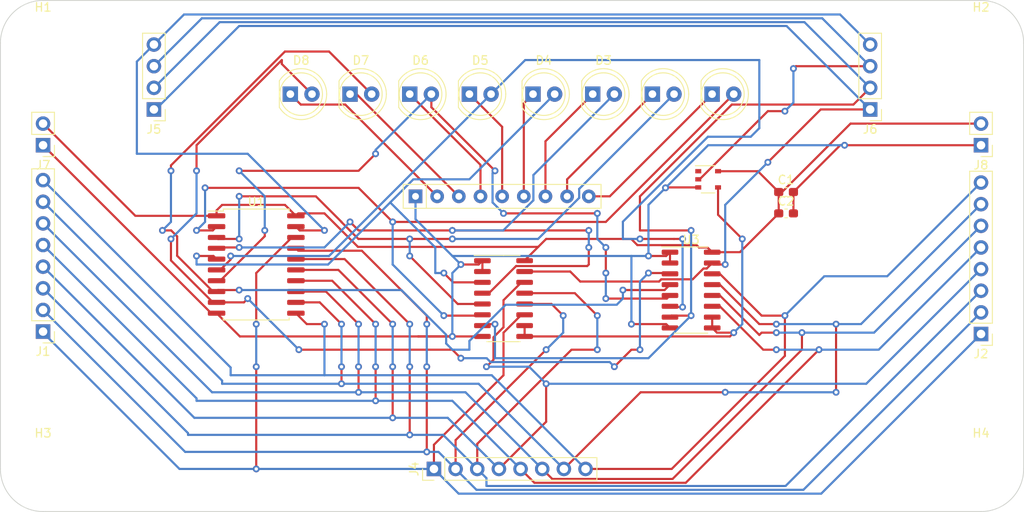
<source format=kicad_pcb>
(kicad_pcb (version 20221018) (generator pcbnew)
  (title_block (title "Register 8bit") (date "2023-08-31") (rev "0"))
  (layers (0 "F.Cu" signal) (31 "B.Cu" signal) (34 "B.Paste" user) (35 "F.Paste" user) (36 "B.SilkS" user "B.Silkscreen") (37 "F.SilkS" user "F.Silkscreen") (38 "B.Mask" user) (39 "F.Mask" user) (44 "Edge.Cuts" user))
  (net 0 "")
  (net 1 "Net-(J7-Pin_2)")
  (net 2 "Net-(J7-Pin_1)")
  (net 3 "Net-(D1-K)")
  (net 4 "Net-(D1-A)")
  (net 5 "Net-(D2-K)")
  (net 6 "Net-(D2-A)")
  (net 7 "Net-(D3-K)")
  (net 8 "Net-(D3-A)")
  (net 9 "Net-(D4-K)")
  (net 10 "Net-(D4-A)")
  (net 11 "Net-(D5-K)")
  (net 12 "Net-(D5-A)")
  (net 13 "Net-(D6-K)")
  (net 14 "Net-(D6-A)")
  (net 15 "Net-(D7-K)")
  (net 16 "Net-(D7-A)")
  (net 17 "Net-(D8-K)")
  (net 18 "Net-(D8-A)")
  (net 19 "Net-(J1-Pin_1)")
  (net 20 "Net-(J1-Pin_2)")
  (net 21 "Net-(J1-Pin_3)")
  (net 22 "Net-(J1-Pin_4)")
  (net 23 "Net-(J1-Pin_5)")
  (net 24 "Net-(J1-Pin_6)")
  (net 25 "Net-(J1-Pin_7)")
  (net 26 "Net-(J1-Pin_8)")
  (net 27 "Net-(J5-Pin_1)")
  (net 28 "Net-(J5-Pin_2)")
  (net 29 "Net-(J5-Pin_3)")
  (net 30 "Net-(J5-Pin_4)")
  (net 31 "Net-(U2-E1)")
  (footprint "Connector_PinHeader_2.54mm:PinHeader_1x04_P2.54mm_Vertical" (layer "F.Cu") (at 108 52.8 180)
    (fp_text reference "J5")
    (fp_text value "Conn_01x04" hide)
  )
  (footprint "LED_THT:LED_D5.0mm" (layer "F.Cu") (at 124 51)
    (fp_text reference "D8")
    (fp_text value "LED")
  )
  (footprint "Connector_PinHeader_2.54mm:PinHeader_1x02_P2.54mm_Vertical" (layer "F.Cu") (at 95 57 180)
    (fp_text reference "J7")
    (fp_text value "Conn_01x02" hide)
  )
  (footprint "Connector_PinHeader_2.54mm:PinHeader_1x02_P2.54mm_Vertical" (layer "F.Cu") (at 205 57 180)
    (fp_text reference "J8")
    (fp_text value "Conn_01x02" hide)
  )
  (footprint "LED_THT:LED_D5.0mm" (layer "F.Cu") (at 152.46 51)
    (fp_text reference "D4")
    (fp_text value "LED")
  )
  (footprint "Resistor_THT:R_Array_SIP9" (layer "F.Cu") (at 138.68 63)
    (fp_text reference "RN1" hide)
    (fp_text value "220" hide)
  )
  (footprint "Package_SO:SOIC-16_3.9x9.9mm_P1.27mm" (layer "F.Cu") (at 149 75)
    (fp_text reference "U2" hide)
    (fp_text value "74LS173")
  )
  (footprint "Package_SO:SOIC-16_3.9x9.9mm_P1.27mm" (layer "F.Cu") (at 171 74)
    (fp_text reference "U3")
    (fp_text value "74LS173")
  )
  (footprint "LED_THT:LED_D5.0mm" (layer "F.Cu") (at 166.46 51)
    (fp_text reference "D2" hide)
    (fp_text value "LED")
  )
  (footprint "LED_THT:LED_D5.0mm" (layer "F.Cu") (at 173.46 51)
    (fp_text reference "D1" hide)
    (fp_text value "LED")
  )
  (footprint "Connector_PinHeader_2.54mm:PinHeader_1x08_P2.54mm_Vertical" (layer "F.Cu") (at 95 78.875 180)
    (fp_text reference "J1")
    (fp_text value "Conn_01x08" hide)
  )
  (footprint "LED_THT:LED_D5.0mm" (layer "F.Cu") (at 145 51)
    (fp_text reference "D5")
    (fp_text value "LED")
  )
  (footprint "MountingHole:MountingHole_3.2mm_M3" (layer "F.Cu") (at 95 95)
    (fp_text reference "H3")
    (fp_text value "MountingHole" hide)
  )
  (footprint "Connector_PinHeader_2.54mm:PinHeader_1x08_P2.54mm_Vertical" (layer "F.Cu") (at 140.84 95 90)
    (fp_text reference "J4")
    (fp_text value "Conn_01x08" hide)
  )
  (footprint "LED_THT:LED_D5.0mm" (layer "F.Cu") (at 131 51)
    (fp_text reference "D7")
    (fp_text value "LED")
  )
  (footprint "Package_SO:SOIC-20W_7.5x12.8mm_P1.27mm" (layer "F.Cu") (at 120 71)
    (fp_text reference "U1")
    (fp_text value "74HC245" hide)
  )
  (footprint "Connector_PinHeader_2.54mm:PinHeader_1x08_P2.54mm_Vertical" (layer "F.Cu") (at 205 79.16 180)
    (fp_text reference "J2")
    (fp_text value "Conn_01x08" hide)
  )
  (footprint "Capacitor_SMD:C_0603_1608Metric_Pad1.08x0.95mm_HandSolder" (layer "F.Cu") (at 182.1375 65)
    (fp_text reference "C2")
    (fp_text value "0.1uf" hide)
  )
  (footprint "MountingHole:MountingHole_3.2mm_M3" (layer "F.Cu") (at 205 95)
    (fp_text reference "H4")
    (fp_text value "MountingHole" hide)
  )
  (footprint "Capacitor_SMD:C_0603_1608Metric_Pad1.08x0.95mm_HandSolder" (layer "F.Cu") (at 182.1375 62.49)
    (fp_text reference "C1")
    (fp_text value "0.1uf")
  )
  (footprint "LED_THT:LED_D5.0mm" (layer "F.Cu") (at 159.46 51)
    (fp_text reference "D3")
    (fp_text value "LED")
  )
  (footprint "LED_THT:LED_D5.0mm" (layer "F.Cu") (at 138 51)
    (fp_text reference "D6")
    (fp_text value "LED")
  )
  (footprint "Connector_PinHeader_2.54mm:PinHeader_1x04_P2.54mm_Vertical" (layer "F.Cu") (at 192 52.8 180)
    (fp_text reference "J6")
    (fp_text value "Conn_01x04" hide)
  )
  (footprint "MountingHole:MountingHole_3.2mm_M3" (layer "F.Cu") (at 205 45)
    (fp_text reference "H2")
    (fp_text value "MountingHole" hide)
  )
  (footprint "Package_SO:TSOP-5_1.65x3.05mm_P0.95mm" (layer "F.Cu") (at 173 61)
    (fp_text reference "U4" hide)
    (fp_text value "74AHC1G04")
  )
  (footprint "MountingHole:MountingHole_3.2mm_M3" (layer "F.Cu") (at 95 45)
    (fp_text reference "H1")
    (fp_text value "MountingHole" hide)
  )
  (gr_line (start 210 95) (end 210 45) (stroke (width 0.1)) (layer "Edge.Cuts"))
  (gr_arc (start 90 45) (mid 91.464466 41.464466) (end 95 40) (stroke (width 0.1)) (layer "Edge.Cuts"))
  (gr_arc (start 210 95) (mid 208.535534 98.535534) (end 205 100) (stroke (width 0.1)) (layer "Edge.Cuts"))
  (gr_arc (start 95 100) (mid 91.464466 98.535534) (end 90 95) (stroke (width 0.1)) (layer "Edge.Cuts"))
  (gr_line (start 95 100) (end 205 100) (stroke (width 0.1)) (layer "Edge.Cuts"))
  (gr_line (start 95 40) (end 205 40) (stroke (width 0.1)) (layer "Edge.Cuts"))
  (gr_line (start 90 45) (end 90 95) (stroke (width 0.1)) (layer "Edge.Cuts"))
  (gr_arc (start 205 40) (mid 208.535534 41.464466) (end 210 45) (stroke (width 0.1)) (layer "Edge.Cuts"))
  (segment (start 181.275 62.49) (end 181.275 65) (width 0.25) (layer "F.Cu") (net 1))
  (segment (start 174.16 60.05) (end 178.835 60.05) (width 0.25) (layer "F.Cu") (net 1))
  (segment (start 151.475 70.525) (end 151.475 70.555) (width 0.25) (layer "F.Cu") (net 1))
  (segment (start 123.365 64) (end 116 64) (width 0.25) (layer "F.Cu") (net 1))
  (segment (start 105.825 65.285) (end 95 54.46) (width 0.25) (layer "F.Cu") (net 1))
  (segment (start 153.07 68.93) (end 131.93 68.93) (width 0.25) (layer "F.Cu") (net 1))
  (segment (start 171.92 69) (end 171.645 68.725) (width 0.25) (layer "F.Cu") (net 1))
  (segment (start 124.65 65.285) (end 123.365 64) (width 0.25) (layer "F.Cu") (net 1))
  (segment (start 164.699695 68.725) (end 163.974695 68) (width 0.25) (layer "F.Cu") (net 1))
  (segment (start 181.275 62.882005) (end 189.697005 54.46) (width 0.25) (layer "F.Cu") (net 1))
  (segment (start 116 64) (end 115.35 64.65) (width 0.25) (layer "F.Cu") (net 1))
  (segment (start 163.974695 68) (end 154 68) (width 0.25) (layer "F.Cu") (net 1))
  (segment (start 115.35 64.65) (end 115.35 65.285) (width 0.25) (layer "F.Cu") (net 1))
  (segment (start 124.935 65) (end 124.65 65.285) (width 0.25) (layer "F.Cu") (net 1))
  (segment (start 181.275 62.49) (end 181.275 62.882005) (width 0.25) (layer "F.Cu") (net 1))
  (segment (start 128 65) (end 124.935 65) (width 0.25) (layer "F.Cu") (net 1))
  (segment (start 181.275 65) (end 176.72 69.555) (width 0.25) (layer "F.Cu") (net 1))
  (segment (start 154 68) (end 153.07 68.93) (width 0.25) (layer "F.Cu") (net 1))
  (segment (start 172.92 69) (end 171.92 69) (width 0.25) (layer "F.Cu") (net 1))
  (segment (start 171.645 68.725) (end 164.699695 68.725) (width 0.25) (layer "F.Cu") (net 1))
  (segment (start 189.697005 54.46) (end 205 54.46) (width 0.25) (layer "F.Cu") (net 1))
  (segment (start 115.35 65.285) (end 105.825 65.285) (width 0.25) (layer "F.Cu") (net 1))
  (segment (start 176.72 69.555) (end 173.475 69.555) (width 0.25) (layer "F.Cu") (net 1))
  (segment (start 131.93 68.93) (end 128 65) (width 0.25) (layer "F.Cu") (net 1))
  (segment (start 153.07 68.93) (end 151.475 70.525) (width 0.25) (layer "F.Cu") (net 1))
  (segment (start 173.475 69.555) (end 172.92 69) (width 0.25) (layer "F.Cu") (net 1))
  (segment (start 178.835 60.05) (end 181.275 62.49) (width 0.25) (layer "F.Cu") (net 1))
  (segment (start 95 57) (end 114.715 76.715) (width 0.25) (layer "F.Cu") (net 2))
  (segment (start 139 79.445) (end 143 79.445) (width 0.25) (layer "F.Cu") (net 2))
  (segment (start 118.08 79.445) (end 139 79.445) (width 0.25) (layer "F.Cu") (net 2))
  (segment (start 144 71) (end 146.08 71) (width 0.25) (layer "F.Cu") (net 2))
  (segment (start 168.05 61.95) (end 171.84 61.95) (width 0.25) (layer "F.Cu") (net 2))
  (segment (start 168.08 78) (end 164 78) (width 0.25) (layer "F.Cu") (net 2))
  (segment (start 168.525 78.445) (end 168.08 78) (width 0.25) (layer "F.Cu") (net 2))
  (segment (start 168.08 70) (end 168.525 69.555) (width 0.25) (layer "F.Cu") (net 2))
  (segment (start 188.49 57) (end 189 57) (width 0.25) (layer "F.Cu") (net 2))
  (segment (start 183 62.49) (end 188.49 57) (width 0.25) (layer "F.Cu") (net 2))
  (segment (start 146.525 70.555) (end 146.525 71.825) (width 0.25) (layer "F.Cu") (net 2))
  (segment (start 115.35 76.715) (end 118.08 79.445) (width 0.25) (layer "F.Cu") (net 2))
  (segment (start 114.715 76.715) (end 115.35 76.715) (width 0.25) (layer "F.Cu") (net 2))
  (segment (start 189 57) (end 205 57) (width 0.25) (layer "F.Cu") (net 2))
  (segment (start 168.525 69.555) (end 168.525 70.825) (width 0.25) (layer "F.Cu") (net 2))
  (segment (start 166 70) (end 168.08 70) (width 0.25) (layer "F.Cu") (net 2))
  (segment (start 183 62.49) (end 183 65) (width 0.25) (layer "F.Cu") (net 2))
  (segment (start 168 62) (end 168.05 61.95) (width 0.25) (layer "F.Cu") (net 2))
  (segment (start 146.08 71) (end 146.525 70.555) (width 0.25) (layer "F.Cu") (net 2))
  (segment (start 139 79.445) (end 146.525 79.445) (width 0.25) (layer "F.Cu") (net 2))
  (via (at 168 62) (size 0.8) (drill 0.4) (layers "F.Cu" "B.Cu") (net 2))
  (via (at 164 78) (size 0.8) (drill 0.4) (layers "F.Cu" "B.Cu") (net 2))
  (via (at 166 70) (size 0.8) (drill 0.4) (layers "F.Cu" "B.Cu") (net 2))
  (via (at 189 57) (size 0.8) (drill 0.4) (layers "F.Cu" "B.Cu") (net 2))
  (via (at 143 79.445) (size 0.8) (drill 0.4) (layers "F.Cu" "B.Cu") (net 2))
  (via (at 144 71) (size 0.8) (drill 0.4) (layers "F.Cu" "B.Cu") (net 2))
  (segment (start 138.68 65.68) (end 143 70) (width 0.25) (layer "B.Cu") (net 2))
  (segment (start 143 70) (end 144 71) (width 0.25) (layer "B.Cu") (net 2))
  (segment (start 173 57) (end 168 62) (width 0.25) (layer "B.Cu") (net 2))
  (segment (start 189 57) (end 173 57) (width 0.25) (layer "B.Cu") (net 2))
  (segment (start 143 79.445) (end 143 72) (width 0.25) (layer "B.Cu") (net 2))
  (segment (start 164 70) (end 143 70) (width 0.25) (layer "B.Cu") (net 2))
  (segment (start 143 72) (end 144 71) (width 0.25) (layer "B.Cu") (net 2))
  (segment (start 164 78) (end 164 70) (width 0.25) (layer "B.Cu") (net 2))
  (segment (start 166 70) (end 164 70) (width 0.25) (layer "B.Cu") (net 2))
  (segment (start 168 62) (end 166 64) (width 0.25) (layer "B.Cu") (net 2))
  (segment (start 166 64) (end 166 70) (width 0.25) (layer "B.Cu") (net 2))
  (segment (start 138.68 63) (end 138.68 65.68) (width 0.25) (layer "B.Cu") (net 2))
  (segment (start 161.46 63) (end 173.46 51) (width 0.25) (layer "F.Cu") (net 3))
  (segment (start 159 63) (end 161.46 63) (width 0.25) (layer "F.Cu") (net 3))
  (segment (start 142 77) (end 146.43 77) (width 0.25) (layer "F.Cu") (net 4))
  (segment (start 114.905 67) (end 115.35 66.555) (width 0.25) (layer "F.Cu") (net 4))
  (segment (start 113 67) (end 114.905 67) (width 0.25) (layer "F.Cu") (net 4))
  (segment (start 136 66) (end 132 62) (width 0.25) (layer "F.Cu") (net 4))
  (segment (start 132 62) (end 114 62) (width 0.25) (layer "F.Cu") (net 4))
  (segment (start 161 66) (end 136 66) (width 0.25) (layer "F.Cu") (net 4))
  (segment (start 114 62) (end 114 62.275) (width 0.25) (layer "F.Cu") (net 4))
  (segment (start 146.43 77) (end 146.525 76.905) (width 0.25) (layer "F.Cu") (net 4))
  (segment (start 176 51) (end 161 66) (width 0.25) (layer "F.Cu") (net 4))
  (via (at 142 77) (size 0.8) (drill 0.4) (layers "F.Cu" "B.Cu") (net 4))
  (via (at 114 62) (size 0.8) (drill 0.4) (layers "F.Cu" "B.Cu") (net 4))
  (via (at 136 66) (size 0.8) (drill 0.4) (layers "F.Cu" "B.Cu") (net 4))
  (via (at 113 67) (size 0.8) (drill 0.4) (layers "F.Cu" "B.Cu") (net 4))
  (segment (start 136 71) (end 142 77) (width 0.25) (layer "B.Cu") (net 4))
  (segment (start 114 62) (end 114 66) (width 0.25) (layer "B.Cu") (net 4))
  (segment (start 136 66) (end 136 71) (width 0.25) (layer "B.Cu") (net 4))
  (segment (start 114 66) (end 113 67) (width 0.25) (layer "B.Cu") (net 4))
  (segment (start 156.46 63) (end 156.46 61) (width 0.25) (layer "F.Cu") (net 5))
  (segment (start 156.46 61) (end 166.46 51) (width 0.25) (layer "F.Cu") (net 5))
  (segment (start 130 66.025305) (end 130 66) (width 0.25) (layer "F.Cu") (net 6))
  (segment (start 115.525 68) (end 115.35 67.825) (width 0.25) (layer "F.Cu") (net 6))
  (segment (start 143 68) (end 138 68) (width 0.25) (layer "F.Cu") (net 6))
  (segment (start 127 63) (end 118 63) (width 0.25) (layer "F.Cu") (net 6))
  (segment (start 143.635 75.635) (end 138 70) (width 0.25) (layer "F.Cu") (net 6))
  (segment (start 138 68) (end 131.974695 68) (width 0.25) (layer "F.Cu") (net 6))
  (segment (start 118 68) (end 115.525 68) (width 0.25) (layer "F.Cu") (net 6))
  (segment (start 146.525 75.635) (end 143.635 75.635) (width 0.25) (layer "F.Cu") (net 6))
  (segment (start 130 66) (end 127 63) (width 0.25) (layer "F.Cu") (net 6))
  (segment (start 131.974695 68) (end 130 66.025305) (width 0.25) (layer "F.Cu") (net 6))
  (via (at 118 68) (size 0.8) (drill 0.4) (layers "F.Cu" "B.Cu") (net 6))
  (via (at 138 68) (size 0.8) (drill 0.4) (layers "F.Cu" "B.Cu") (net 6))
  (via (at 143 68) (size 0.8) (drill 0.4) (layers "F.Cu" "B.Cu") (net 6))
  (via (at 118 63) (size 0.8) (drill 0.4) (layers "F.Cu" "B.Cu") (net 6))
  (via (at 138 70) (size 0.8) (drill 0.4) (layers "F.Cu" "B.Cu") (net 6))
  (segment (start 138 70) (end 138 68) (width 0.25) (layer "B.Cu") (net 6))
  (segment (start 118 63) (end 118 68) (width 0.25) (layer "B.Cu") (net 6))
  (segment (start 157.875 62.125) (end 157.875 63.175991) (width 0.25) (layer "B.Cu") (net 6))
  (segment (start 153.050991 68) (end 143 68) (width 0.25) (layer "B.Cu") (net 6))
  (segment (start 157.875 63.175991) (end 153.050991 68) (width 0.25) (layer "B.Cu") (net 6))
  (segment (start 169 51) (end 157.875 62.125) (width 0.25) (layer "B.Cu") (net 6))
  (segment (start 153.92 56.54) (end 159.46 51) (width 0.25) (layer "F.Cu") (net 7))
  (segment (start 153.92 63) (end 153.92 56.54) (width 0.25) (layer "F.Cu") (net 7))
  (segment (start 132 67) (end 131 66) (width 0.25) (layer "F.Cu") (net 8))
  (segment (start 143 67) (end 159 67) (width 0.25) (layer "F.Cu") (net 8))
  (segment (start 118 69) (end 115.445 69) (width 0.25) (layer "F.Cu") (net 8))
  (segment (start 115.445 69) (end 115.35 69.095) (width 0.25) (layer "F.Cu") (net 8))
  (segment (start 147.288249 74.365) (end 146.525 74.365) (width 0.25) (layer "F.Cu") (net 8))
  (segment (start 143 67) (end 132 67) (width 0.25) (layer "F.Cu") (net 8))
  (segment (start 158.82 71.18) (end 150.473249 71.18) (width 0.25) (layer "F.Cu") (net 8))
  (segment (start 159 71) (end 158.82 71.18) (width 0.25) (layer "F.Cu") (net 8))
  (segment (start 159 69) (end 159 71) (width 0.25) (layer "F.Cu") (net 8))
  (segment (start 150.473249 71.18) (end 147.288249 74.365) (width 0.25) (layer "F.Cu") (net 8))
  (via (at 118 69) (size 0.8) (drill 0.4) (layers "F.Cu" "B.Cu") (net 8))
  (via (at 131 66) (size 0.8) (drill 0.4) (layers "F.Cu" "B.Cu") (net 8))
  (via (at 159 67) (size 0.8) (drill 0.4) (layers "F.Cu" "B.Cu") (net 8))
  (via (at 143 67) (size 0.8) (drill 0.4) (layers "F.Cu" "B.Cu") (net 8))
  (via (at 159 69) (size 0.8) (drill 0.4) (layers "F.Cu" "B.Cu") (net 8))
  (segment (start 148.970991 67) (end 143 67) (width 0.25) (layer "B.Cu") (net 8))
  (segment (start 152.505 60.495) (end 152.505 63.465991) (width 0.25) (layer "B.Cu") (net 8))
  (segment (start 159 67) (end 159 69) (width 0.25) (layer "B.Cu") (net 8))
  (segment (start 162 51) (end 152.505 60.495) (width 0.25) (layer "B.Cu") (net 8))
  (segment (start 152.505 63.465991) (end 148.970991 67) (width 0.25) (layer "B.Cu") (net 8))
  (segment (start 131 66) (end 128 69) (width 0.25) (layer "B.Cu") (net 8))
  (segment (start 128 69) (end 118 69) (width 0.25) (layer "B.Cu") (net 8))
  (segment (start 151.38 52.08) (end 152.46 51) (width 0.25) (layer "F.Cu") (net 9))
  (segment (start 151.38 63) (end 151.38 52.08) (width 0.25) (layer "F.Cu") (net 9))
  (segment (start 114.985 70) (end 115.35 70.365) (width 0.25) (layer "F.Cu") (net 10))
  (segment (start 143.095 73.095) (end 146.525 73.095) (width 0.25) (layer "F.Cu") (net 10))
  (segment (start 142 72) (end 143.095 73.095) (width 0.25) (layer "F.Cu") (net 10))
  (segment (start 113 70) (end 114.985 70) (width 0.25) (layer "F.Cu") (net 10))
  (via (at 142 72) (size 0.8) (drill 0.4) (layers "F.Cu" "B.Cu") (net 10))
  (via (at 113 70) (size 0.8) (drill 0.4) (layers "F.Cu" "B.Cu") (net 10))
  (segment (start 155 51) (end 145 61) (width 0.25) (layer "B.Cu") (net 10))
  (segment (start 145 61) (end 139 61) (width 0.25) (layer "B.Cu") (net 10))
  (segment (start 141 69) (end 141 72) (width 0.25) (layer "B.Cu") (net 10))
  (segment (start 141 72) (end 142 72) (width 0.25) (layer "B.Cu") (net 10))
  (segment (start 135.715 63.715) (end 128.43 71) (width 0.25) (layer "B.Cu") (net 10))
  (segment (start 138.43 61) (end 135.715 63.715) (width 0.25) (layer "B.Cu") (net 10))
  (segment (start 113 71) (end 113 70) (width 0.25) (layer "B.Cu") (net 10))
  (segment (start 135.715 63.715) (end 137 65) (width 0.25) (layer "B.Cu") (net 10))
  (segment (start 139 61) (end 138.43 61) (width 0.25) (layer "B.Cu") (net 10))
  (segment (start 137 65) (end 141 69) (width 0.25) (layer "B.Cu") (net 10))
  (segment (start 128.43 71) (end 113 71) (width 0.25) (layer "B.Cu") (net 10))
  (segment (start 145 51) (end 148.84 54.84) (width 0.25) (layer "F.Cu") (net 11))
  (segment (start 148.84 54.84) (end 148.84 63) (width 0.25) (layer "F.Cu") (net 11))
  (segment (start 117 70) (end 117 70.411751) (width 0.25) (layer "F.Cu") (net 12))
  (segment (start 168.62 76) (end 168.525 75.905) (width 0.25) (layer "F.Cu") (net 12))
  (segment (start 115.776751 71.635) (end 115.35 71.635) (width 0.25) (layer "F.Cu") (net 12))
  (segment (start 170 76) (end 168.62 76) (width 0.25) (layer "F.Cu") (net 12))
  (segment (start 169 68) (end 170 68) (width 0.25) (layer "F.Cu") (net 12))
  (segment (start 117 70.411751) (end 115.776751 71.635) (width 0.25) (layer "F.Cu") (net 12))
  (segment (start 165 68) (end 169 68) (width 0.25) (layer "F.Cu") (net 12))
  (via (at 170 76) (size 0.8) (drill 0.4) (layers "F.Cu" "B.Cu") (net 12))
  (via (at 170 68) (size 0.8) (drill 0.4) (layers "F.Cu" "B.Cu") (net 12))
  (via (at 165 68) (size 0.8) (drill 0.4) (layers "F.Cu" "B.Cu") (net 12))
  (via (at 117 70) (size 0.8) (drill 0.4) (layers "F.Cu" "B.Cu") (net 12))
  (segment (start 151.54 47) (end 179 47) (width 0.25) (layer "B.Cu") (net 12))
  (segment (start 179 55) (end 178 56) (width 0.25) (layer "B.Cu") (net 12))
  (segment (start 179 47) (end 179 55) (width 0.25) (layer "B.Cu") (net 12))
  (segment (start 163 65.974695) (end 163 68) (width 0.25) (layer "B.Cu") (net 12))
  (segment (start 147.54 51) (end 151.54 47) (width 0.25) (layer "B.Cu") (net 12))
  (segment (start 172.974695 56) (end 163 65.974695) (width 0.25) (layer "B.Cu") (net 12))
  (segment (start 163 68) (end 165 68) (width 0.25) (layer "B.Cu") (net 12))
  (segment (start 178 56) (end 172.974695 56) (width 0.25) (layer "B.Cu") (net 12))
  (segment (start 147.54 51) (end 128.54 70) (width 0.25) (layer "B.Cu") (net 12))
  (segment (start 170 68) (end 170 76) (width 0.25) (layer "B.Cu") (net 12))
  (segment (start 128.54 70) (end 117 70) (width 0.25) (layer "B.Cu") (net 12))
  (segment (start 146.3 63) (end 146.3 59.3) (width 0.25) (layer "F.Cu") (net 13))
  (segment (start 146.3 59.3) (end 138 51) (width 0.25) (layer "F.Cu") (net 13))
  (segment (start 115.35 72.905) (end 115.776751 72.905) (width 0.25) (layer "F.Cu") (net 14))
  (segment (start 115.776751 72.905) (end 121 67.681751) (width 0.25) (layer "F.Cu") (net 14))
  (segment (start 132 60) (end 134 58) (width 0.25) (layer "F.Cu") (net 14))
  (segment (start 161 69) (end 161 72) (width 0.25) (layer "F.Cu") (net 14))
  (segment (start 121 67.681751) (end 121 67) (width 0.25) (layer "F.Cu") (net 14))
  (segment (start 140.54 52.54) (end 148 60) (width 0.25) (layer "F.Cu") (net 14))
  (segment (start 161 75) (end 168.16 75) (width 0.25) (layer "F.Cu") (net 14))
  (segment (start 149 65) (end 160 65) (width 0.25) (layer "F.Cu") (net 14))
  (segment (start 118 60) (end 132 60) (width 0.25) (layer "F.Cu") (net 14))
  (segment (start 168.16 75) (end 168.525 74.635) (width 0.25) (layer "F.Cu") (net 14))
  (segment (start 140.54 51) (end 140.54 52.54) (width 0.25) (layer "F.Cu") (net 14))
  (via (at 118 60) (size 0.8) (drill 0.4) (layers "F.Cu" "B.Cu") (net 14))
  (via (at 161 72) (size 0.8) (drill 0.4) (layers "F.Cu" "B.Cu") (net 14))
  (via (at 148 60) (size 0.8) (drill 0.4) (layers "F.Cu" "B.Cu") (net 14))
  (via (at 160 65) (size 0.8) (drill 0.4) (layers "F.Cu" "B.Cu") (net 14))
  (via (at 121 67) (size 0.8) (drill 0.4) (layers "F.Cu" "B.Cu") (net 14))
  (via (at 161 69) (size 0.8) (drill 0.4) (layers "F.Cu" "B.Cu") (net 14))
  (via (at 134 58) (size 0.8) (drill 0.4) (layers "F.Cu" "B.Cu") (net 14))
  (via (at 149 65) (size 0.8) (drill 0.4) (layers "F.Cu" "B.Cu") (net 14))
  (via (at 161 75) (size 0.8) (drill 0.4) (layers "F.Cu" "B.Cu") (net 14))
  (segment (start 121 63) (end 118 60) (width 0.25) (layer "B.Cu") (net 14))
  (segment (start 160 65) (end 160 68) (width 0.25) (layer "B.Cu") (net 14))
  (segment (start 147.715 60.285) (end 147.715 63.715) (width 0.25) (layer "B.Cu") (net 14))
  (segment (start 121 67) (end 121 63) (width 0.25) (layer "B.Cu") (net 14))
  (segment (start 134 58) (end 134 57.54) (width 0.25) (layer "B.Cu") (net 14))
  (segment (start 161 72) (end 161 75) (width 0.25) (layer "B.Cu") (net 14))
  (segment (start 148 60) (end 147.715 60.285) (width 0.25) (layer "B.Cu") (net 14))
  (segment (start 134 57.54) (end 140.54 51) (width 0.25) (layer "B.Cu") (net 14))
  (segment (start 147.715 63.715) (end 149 65) (width 0.25) (layer "B.Cu") (net 14))
  (segment (start 160 68) (end 161 69) (width 0.25) (layer "B.Cu") (net 14))
  (segment (start 131.76 51) (end 143.76 63) (width 0.25) (layer "F.Cu") (net 15))
  (segment (start 131 51) (end 131.76 51) (width 0.25) (layer "F.Cu") (net 15))
  (segment (start 110 60) (end 110 59.363604) (width 0.25) (layer "F.Cu") (net 16))
  (segment (start 167.89 74) (end 168.525 73.365) (width 0.25) (layer "F.Cu") (net 16))
  (segment (start 114.923249 74.175) (end 110.725 69.976751) (width 0.25) (layer "F.Cu") (net 16))
  (segment (start 110.725 67.699695) (end 110.025305 67) (width 0.25) (layer "F.Cu") (net 16))
  (segment (start 115.35 74.175) (end 115.525 74) (width 0.25) (layer "F.Cu") (net 16))
  (segment (start 115.525 74) (end 118 74) (width 0.25) (layer "F.Cu") (net 16))
  (segment (start 123.363604 46) (end 128.54 46) (width 0.25) (layer "F.Cu") (net 16))
  (segment (start 128.54 46) (end 133.54 51) (width 0.25) (layer "F.Cu") (net 16))
  (segment (start 110.025305 67) (end 109 67) (width 0.25) (layer "F.Cu") (net 16))
  (segment (start 115.35 74.175) (end 114.923249 74.175) (width 0.25) (layer "F.Cu") (net 16))
  (segment (start 163 74) (end 167.89 74) (width 0.25) (layer "F.Cu") (net 16))
  (segment (start 110 59.363604) (end 123.363604 46) (width 0.25) (layer "F.Cu") (net 16))
  (segment (start 110.725 69.976751) (end 110.725 67.699695) (width 0.25) (layer "F.Cu") (net 16))
  (via (at 163 74) (size 0.8) (drill 0.4) (layers "F.Cu" "B.Cu") (net 16))
  (via (at 109 67) (size 0.8) (drill 0.4) (layers "F.Cu" "B.Cu") (net 16))
  (via (at 110 60) (size 0.8) (drill 0.4) (layers "F.Cu" "B.Cu") (net 16))
  (via (at 118 74) (size 0.8) (drill 0.4) (layers "F.Cu" "B.Cu") (net 16))
  (segment (start 145 79.974695) (end 149.249695 75.725) (width 0.25) (layer "B.Cu") (net 16))
  (segment (start 118 74) (end 137.025305 74) (width 0.25) (layer "B.Cu") (net 16))
  (segment (start 149.249695 75.725) (end 162.275 75.725) (width 0.25) (layer "B.Cu") (net 16))
  (segment (start 137.025305 74) (end 142.275 79.249695) (width 0.25) (layer "B.Cu") (net 16))
  (segment (start 110 66) (end 110 60) (width 0.25) (layer "B.Cu") (net 16))
  (segment (start 142.275 80.275) (end 143 81) (width 0.25) (layer "B.Cu") (net 16))
  (segment (start 145 81) (end 145 79.974695) (width 0.25) (layer "B.Cu") (net 16))
  (segment (start 143 81) (end 145 81) (width 0.25) (layer "B.Cu") (net 16))
  (segment (start 142.275 79.249695) (end 142.275 80.275) (width 0.25) (layer "B.Cu") (net 16))
  (segment (start 162.275 75.725) (end 163 75) (width 0.25) (layer "B.Cu") (net 16))
  (segment (start 163 75) (end 163 74) (width 0.25) (layer "B.Cu") (net 16))
  (segment (start 109 67) (end 110 66) (width 0.25) (layer "B.Cu") (net 16))
  (segment (start 125.225 52.225) (end 124 51) (width 0.25) (layer "F.Cu") (net 17))
  (segment (start 130.445 52.225) (end 125.225 52.225) (width 0.25) (layer "F.Cu") (net 17))
  (segment (start 141.22 63) (end 130.445 52.225) (width 0.25) (layer "F.Cu") (net 17))
  (segment (start 125 81) (end 143 81) (width 0.25) (layer "F.Cu") (net 18))
  (segment (start 110 70.521751) (end 110 68) (width 0.25) (layer "F.Cu") (net 18))
  (segment (start 113 60) (end 113 57) (width 0.25) (layer "F.Cu") (net 18))
  (segment (start 113 57) (end 123 47) (width 0.25) (layer "F.Cu") (net 18))
  (segment (start 123 47.46) (end 126.54 51) (width 0.25) (layer "F.Cu") (net 18))
  (segment (start 118.555 75.445) (end 119 75) (width 0.25) (layer "F.Cu") (net 18))
  (segment (start 162 83) (end 164 81) (width 0.25) (layer "F.Cu") (net 18))
  (segment (start 168.43 72) (end 168.525 72.095) (width 0.25) (layer "F.Cu") (net 18))
  (segment (start 115.35 75.445) (end 114.923249 75.445) (width 0.25) (layer "F.Cu") (net 18))
  (segment (start 114.923249 75.445) (end 110 70.521751) (width 0.25) (layer "F.Cu") (net 18))
  (segment (start 164 81) (end 165 81) (width 0.25) (layer "F.Cu") (net 18))
  (segment (start 166 72) (end 168.43 72) (width 0.25) (layer "F.Cu") (net 18))
  (segment (start 123 47) (end 123 47.46) (width 0.25) (layer "F.Cu") (net 18))
  (segment (start 115.35 75.445) (end 118.555 75.445) (width 0.25) (layer "F.Cu") (net 18))
  (segment (start 143 81) (end 144 82) (width 0.25) (layer "F.Cu") (net 18))
  (via (at 125 81) (size 0.8) (drill 0.4) (layers "F.Cu" "B.Cu") (net 18))
  (via (at 113 60) (size 0.8) (drill 0.4) (layers "F.Cu" "B.Cu") (net 18))
  (via (at 165 81) (size 0.8) (drill 0.4) (layers "F.Cu" "B.Cu") (net 18))
  (via (at 166 72) (size 0.8) (drill 0.4) (layers "F.Cu" "B.Cu") (net 18))
  (via (at 144 82) (size 0.8) (drill 0.4) (layers "F.Cu" "B.Cu") (net 18))
  (via (at 162 83) (size 0.8) (drill 0.4) (layers "F.Cu" "B.Cu") (net 18))
  (via (at 110 68) (size 0.8) (drill 0.4) (layers "F.Cu" "B.Cu") (net 18))
  (via (at 119 75) (size 0.8) (drill 0.4) (layers "F.Cu" "B.Cu") (net 18))
  (segment (start 147.025305 82) (end 147.475305 82.45) (width 0.25) (layer "B.Cu") (net 18))
  (segment (start 161.45 82.45) (end 162 83) (width 0.25) (layer "B.Cu") (net 18))
  (segment (start 110 68) (end 113 65) (width 0.25) (layer "B.Cu") (net 18))
  (segment (start 165 81) (end 165 73) (width 0.25) (layer "B.Cu") (net 18))
  (segment (start 165 73) (end 166 72) (width 0.25) (layer "B.Cu") (net 18))
  (segment (start 144 82) (end 147.025305 82) (width 0.25) (layer "B.Cu") (net 18))
  (segment (start 113 65) (end 113 60) (width 0.25) (layer "B.Cu") (net 18))
  (segment (start 119 75) (end 125 81) (width 0.25) (layer "B.Cu") (net 18))
  (segment (start 147.475305 82.45) (end 161.45 82.45) (width 0.25) (layer "B.Cu") (net 18))
  (segment (start 140.84 92.16) (end 140.84 95) (width 0.25) (layer "F.Cu") (net 19))
  (segment (start 124.175 67.825) (end 120 72) (width 0.25) (layer "F.Cu") (net 19))
  (segment (start 151.475 76.905) (end 151.098249 76.905) (width 0.25) (layer "F.Cu") (net 19))
  (segment (start 149 79.003249) (end 149 84) (width 0.25) (layer "F.Cu") (net 19))
  (segment (start 120 72) (end 120 78) (width 0.25) (layer "F.Cu") (net 19))
  (segment (start 149 84) (end 140.84 92.16) (width 0.25) (layer "F.Cu") (net 19))
  (segment (start 120 83) (end 120 95) (width 0.25) (layer "F.Cu") (net 19))
  (segment (start 151.098249 76.905) (end 149 79.003249) (width 0.25) (layer "F.Cu") (net 19))
  (segment (start 124.65 67.825) (end 124.175 67.825) (width 0.25) (layer "F.Cu") (net 19))
  (via (at 120 95) (size 0.8) (drill 0.4) (layers "F.Cu" "B.Cu") (net 19))
  (via (at 120 83) (size 0.8) (drill 0.4) (layers "F.Cu" "B.Cu") (net 19))
  (via (at 120 78) (size 0.8) (drill 0.4) (layers "F.Cu" "B.Cu") (net 19))
  (segment (start 120 78) (end 120 83) (width 0.25) (layer "B.Cu") (net 19))
  (segment (start 95 79) (end 111 95) (width 0.25) (layer "B.Cu") (net 19))
  (segment (start 186.26 97.9) (end 143.74 97.9) (width 0.25) (layer "B.Cu") (net 19))
  (segment (start 95 78.875) (end 95 79) (width 0.25) (layer "B.Cu") (net 19))
  (segment (start 205 79.16) (end 186.26 97.9) (width 0.25) (layer "B.Cu") (net 19))
  (segment (start 143.74 97.9) (end 140.84 95) (width 0.25) (layer "B.Cu") (net 19))
  (segment (start 111 95) (end 120 95) (width 0.25) (layer "B.Cu") (net 19))
  (segment (start 120 95) (end 140.84 95) (width 0.25) (layer "B.Cu") (net 19))
  (segment (start 154 81) (end 143.38 91.62) (width 0.25) (layer "F.Cu") (net 20))
  (segment (start 140 77) (end 140 78) (width 0.25) (layer "F.Cu") (net 20))
  (segment (start 143.38 91.62) (end 143.38 95) (width 0.25) (layer "F.Cu") (net 20))
  (segment (start 124.935 69.38) (end 132.38 69.38) (width 0.25) (layer "F.Cu") (net 20))
  (segment (start 154.635 75.635) (end 156 77) (width 0.25) (layer "F.Cu") (net 20))
  (segment (start 140 83) (end 140 93) (width 0.25) (layer "F.Cu") (net 20))
  (segment (start 151.475 75.635) (end 154.635 75.635) (width 0.25) (layer "F.Cu") (net 20))
  (segment (start 124.65 69.095) (end 124.935 69.38) (width 0.25) (layer "F.Cu") (net 20))
  (segment (start 132.38 69.38) (end 140 77) (width 0.25) (layer "F.Cu") (net 20))
  (via (at 140 83) (size 0.8) (drill 0.4) (layers "F.Cu" "B.Cu") (net 20))
  (via (at 140 93) (size 0.8) (drill 0.4) (layers "F.Cu" "B.Cu") (net 20))
  (via (at 140 78) (size 0.8) (drill 0.4) (layers "F.Cu" "B.Cu") (net 20))
  (via (at 156 77) (size 0.8) (drill 0.4) (layers "F.Cu" "B.Cu") (net 20))
  (via (at 154 81) (size 0.8) (drill 0.4) (layers "F.Cu" "B.Cu") (net 20))
  (segment (start 204.715 76.335) (end 205 76.62) (width 0.25) (layer "B.Cu") (net 20))
  (segment (start 184.17 97.45) (end 145.83 97.45) (width 0.25) (layer "B.Cu") (net 20))
  (segment (start 140 93) (end 141.38 93) (width 0.25) (layer "B.Cu") (net 20))
  (segment (start 156 77) (end 156 79) (width 0.25) (layer "B.Cu") (net 20))
  (segment (start 140 78) (end 140 83) (width 0.25) (layer "B.Cu") (net 20))
  (segment (start 205 76.62) (end 184.17 97.45) (width 0.25) (layer "B.Cu") (net 20))
  (segment (start 145.83 97.45) (end 143.38 95) (width 0.25) (layer "B.Cu") (net 20))
  (segment (start 111.665 93) (end 140 93) (width 0.25) (layer "B.Cu") (net 20))
  (segment (start 141.38 93) (end 143.38 95) (width 0.25) (layer "B.Cu") (net 20))
  (segment (start 95 76.335) (end 111.665 93) (width 0.25) (layer "B.Cu") (net 20))
  (segment (start 156 79) (end 154 81) (width 0.25) (layer "B.Cu") (net 20))
  (segment (start 145.92 92.054695) (end 145.92 95) (width 0.25) (layer "F.Cu") (net 21))
  (segment (start 124.65 70.365) (end 130.365 70.365) (width 0.25) (layer "F.Cu") (net 21))
  (segment (start 138 83) (end 138 91) (width 0.25) (layer "F.Cu") (net 21))
  (segment (start 160 81) (end 156.974695 81) (width 0.25) (layer "F.Cu") (net 21))
  (segment (start 157.365 74.365) (end 160 77) (width 0.25) (layer "F.Cu") (net 21))
  (segment (start 151.475 74.365) (end 157.365 74.365) (width 0.25) (layer "F.Cu") (net 21))
  (segment (start 156.974695 81) (end 145.92 92.054695) (width 0.25) (layer "F.Cu") (net 21))
  (segment (start 130.365 70.365) (end 138 78) (width 0.25) (layer "F.Cu") (net 21))
  (via (at 160 81) (size 0.8) (drill 0.4) (layers "F.Cu" "B.Cu") (net 21))
  (via (at 138 78) (size 0.8) (drill 0.4) (layers "F.Cu" "B.Cu") (net 21))
  (via (at 138 91) (size 0.8) (drill 0.4) (layers "F.Cu" "B.Cu") (net 21))
  (via (at 160 77) (size 0.8) (drill 0.4) (layers "F.Cu" "B.Cu") (net 21))
  (via (at 138 83) (size 0.8) (drill 0.4) (layers "F.Cu" "B.Cu") (net 21))
  (segment (start 205 74.08) (end 182.08 97) (width 0.25) (layer "B.Cu") (net 21))
  (segment (start 147 96.08) (end 145.92 95) (width 0.25) (layer "B.Cu") (net 21))
  (segment (start 112 91) (end 138 91) (width 0.25) (layer "B.Cu") (net 21))
  (segment (start 138 91) (end 141.92 91) (width 0.25) (layer "B.Cu") (net 21))
  (segment (start 95 73.795) (end 112 90.795) (width 0.25) (layer "B.Cu") (net 21))
  (segment (start 112 90.795) (end 112 91) (width 0.25) (layer "B.Cu") (net 21))
  (segment (start 147 97) (end 147 96.08) (width 0.25) (layer "B.Cu") (net 21))
  (segment (start 141.92 91) (end 145.92 95) (width 0.25) (layer "B.Cu") (net 21))
  (segment (start 138 78) (end 138 83) (width 0.25) (layer "B.Cu") (net 21))
  (segment (start 160 77) (end 160 81) (width 0.25) (layer "B.Cu") (net 21))
  (segment (start 182.08 97) (end 147 97) (width 0.25) (layer "B.Cu") (net 21))
  (segment (start 129.635 71.635) (end 136 78) (width 0.25) (layer "F.Cu") (net 22))
  (segment (start 124.65 71.635) (end 129.635 71.635) (width 0.25) (layer "F.Cu") (net 22))
  (segment (start 147.825 79.541853) (end 147.825 82.175) (width 0.25) (layer "F.Cu") (net 22))
  (segment (start 149 78.366853) (end 147.825 79.541853) (width 0.25) (layer "F.Cu") (net 22))
  (segment (start 154 85) (end 154 89.46) (width 0.25) (layer "F.Cu") (net 22))
  (segment (start 151.098249 73.095) (end 149 75.193249) (width 0.25) (layer "F.Cu") (net 22))
  (segment (start 147.825 82.175) (end 147 83) (width 0.25) (layer "F.Cu") (net 22))
  (segment (start 136 83) (end 136 89) (width 0.25) (layer "F.Cu") (net 22))
  (segment (start 151.475 73.095) (end 151.098249 73.095) (width 0.25) (layer "F.Cu") (net 22))
  (segment (start 149 75.193249) (end 149 78.366853) (width 0.25) (layer "F.Cu") (net 22))
  (segment (start 154 89.46) (end 148.46 95) (width 0.25) (layer "F.Cu") (net 22))
  (via (at 136 78) (size 0.8) (drill 0.4) (layers "F.Cu" "B.Cu") (net 22))
  (via (at 147 83) (size 0.8) (drill 0.4) (layers "F.Cu" "B.Cu") (net 22))
  (via (at 136 83) (size 0.8) (drill 0.4) (layers "F.Cu" "B.Cu") (net 22))
  (via (at 154 85) (size 0.8) (drill 0.4) (layers "F.Cu" "B.Cu") (net 22))
  (via (at 136 89) (size 0.8) (drill 0.4) (layers "F.Cu" "B.Cu") (net 22))
  (segment (start 152 83) (end 154 85) (width 0.25) (layer "B.Cu") (net 22))
  (segment (start 136 78) (end 136 83) (width 0.25) (layer "B.Cu") (net 22))
  (segment (start 204.715 71.255) (end 205 71.54) (width 0.25) (layer "B.Cu") (net 22))
  (segment (start 142.46 89) (end 148.46 95) (width 0.25) (layer "B.Cu") (net 22))
  (segment (start 136 89) (end 142.46 89) (width 0.25) (layer "B.Cu") (net 22))
  (segment (start 112.745 89) (end 136 89) (width 0.25) (layer "B.Cu") (net 22))
  (segment (start 205 71.54) (end 191.54 85) (width 0.25) (layer "B.Cu") (net 22))
  (segment (start 191.54 85) (end 154 85) (width 0.25) (layer "B.Cu") (net 22))
  (segment (start 95 71.255) (end 112.745 89) (width 0.25) (layer "B.Cu") (net 22))
  (segment (start 147 83) (end 152 83) (width 0.25) (layer "B.Cu") (net 22))
  (segment (start 170.375 96.625) (end 186 81) (width 0.25) (layer "F.Cu") (net 23))
  (segment (start 174.365 75.905) (end 173.475 75.905) (width 0.25) (layer "F.Cu") (net 23))
  (segment (start 151 95) (end 152.625 96.625) (width 0.25) (layer "F.Cu") (net 23))
  (segment (start 152.625 96.625) (end 170.375 96.625) (width 0.25) (layer "F.Cu") (net 23))
  (segment (start 128.905 72.905) (end 134 78) (width 0.25) (layer "F.Cu") (net 23))
  (segment (start 179.46 81) (end 174.365 75.905) (width 0.25) (layer "F.Cu") (net 23))
  (segment (start 124.65 72.905) (end 128.905 72.905) (width 0.25) (layer "F.Cu") (net 23))
  (segment (start 181 81) (end 179.46 81) (width 0.25) (layer "F.Cu") (net 23))
  (segment (start 134 83) (end 134 87) (width 0.25) (layer "F.Cu") (net 23))
  (via (at 134 87) (size 0.8) (drill 0.4) (layers "F.Cu" "B.Cu") (net 23))
  (via (at 134 78) (size 0.8) (drill 0.4) (layers "F.Cu" "B.Cu") (net 23))
  (via (at 186 81) (size 0.8) (drill 0.4) (layers "F.Cu" "B.Cu") (net 23))
  (via (at 181 81) (size 0.8) (drill 0.4) (layers "F.Cu" "B.Cu") (net 23))
  (via (at 134 83) (size 0.8) (drill 0.4) (layers "F.Cu" "B.Cu") (net 23))
  (segment (start 95 68.715) (end 113 86.715) (width 0.25) (layer "B.Cu") (net 23))
  (segment (start 193 81) (end 181 81) (width 0.25) (layer "B.Cu") (net 23))
  (segment (start 113 86.715) (end 113 87) (width 0.25) (layer "B.Cu") (net 23))
  (segment (start 113 87) (end 134 87) (width 0.25) (layer "B.Cu") (net 23))
  (segment (start 205 69) (end 193 81) (width 0.25) (layer "B.Cu") (net 23))
  (segment (start 134 87) (end 143 87) (width 0.25) (layer "B.Cu") (net 23))
  (segment (start 143 87) (end 151 95) (width 0.25) (layer "B.Cu") (net 23))
  (segment (start 134 78) (end 134 83) (width 0.25) (layer "B.Cu") (net 23))
  (segment (start 179.27 79) (end 179 79.27) (width 0.25) (layer "F.Cu") (net 24))
  (segment (start 154.715 96.175) (end 168.825 96.175) (width 0.25) (layer "F.Cu") (net 24))
  (segment (start 168.825 96.175) (end 184 81) (width 0.25) (layer "F.Cu") (net 24))
  (segment (start 179 79.27) (end 174.365 74.635) (width 0.25) (layer "F.Cu") (net 24))
  (segment (start 132 83) (end 132 86) (width 0.25) (layer "F.Cu") (net 24))
  (segment (start 128.175 74.175) (end 132 78) (width 0.25) (layer "F.Cu") (net 24))
  (segment (start 184 81) (end 184 79) (width 0.25) (layer "F.Cu") (net 24))
  (segment (start 181 79) (end 179.27 79) (width 0.25) (layer "F.Cu") (net 24))
  (segment (start 124.65 74.175) (end 128.175 74.175) (width 0.25) (layer "F.Cu") (net 24))
  (segment (start 174.365 74.635) (end 173.475 74.635) (width 0.25) (layer "F.Cu") (net 24))
  (segment (start 153.54 95) (end 154.715 96.175) (width 0.25) (layer "F.Cu") (net 24))
  (via (at 184 79) (size 0.8) (drill 0.4) (layers "F.Cu" "B.Cu") (net 24))
  (via (at 181 79) (size 0.8) (drill 0.4) (layers "F.Cu" "B.Cu") (net 24))
  (via (at 132 83) (size 0.8) (drill 0.4) (layers "F.Cu" "B.Cu") (net 24))
  (via (at 132 86) (size 0.8) (drill 0.4) (layers "F.Cu" "B.Cu") (net 24))
  (via (at 132 78) (size 0.8) (drill 0.4) (layers "F.Cu" "B.Cu") (net 24))
  (segment (start 204.715 66.175) (end 205 66.46) (width 0.25) (layer "B.Cu") (net 24))
  (segment (start 144.54 86) (end 153.54 95) (width 0.25) (layer "B.Cu") (net 24))
  (segment (start 95 66.175) (end 114.825 86) (width 0.25) (layer "B.Cu") (net 24))
  (segment (start 132 78) (end 132 83) (width 0.25) (layer "B.Cu") (net 24))
  (segment (start 132 86) (end 144.54 86) (width 0.25) (layer "B.Cu") (net 24))
  (segment (start 205 66.46) (end 192.46 79) (width 0.25) (layer "B.Cu") (net 24))
  (segment (start 192.46 79) (end 181 79) (width 0.25) (layer "B.Cu") (net 24))
  (segment (start 114.825 86) (end 132 86) (width 0.25) (layer "B.Cu") (net 24))
  (segment (start 181 78) (end 179 78) (width 0.25) (layer "F.Cu") (net 25))
  (segment (start 174.365 73.365) (end 173.475 73.365) (width 0.25) (layer "F.Cu") (net 25))
  (segment (start 179 78) (end 174.365 73.365) (width 0.25) (layer "F.Cu") (net 25))
  (segment (start 156.08 95) (end 165.08 86) (width 0.25) (layer "F.Cu") (net 25))
  (segment (start 188 86) (end 188 78) (width 0.25) (layer "F.Cu") (net 25))
  (segment (start 124.65 75.445) (end 127.445 75.445) (width 0.25) (layer "F.Cu") (net 25))
  (segment (start 165.08 86) (end 175 86) (width 0.25) (layer "F.Cu") (net 25))
  (segment (start 127.445 75.445) (end 130 78) (width 0.25) (layer "F.Cu") (net 25))
  (segment (start 130 83) (end 130 85) (width 0.25) (layer "F.Cu") (net 25))
  (via (at 130 85) (size 0.8) (drill 0.4) (layers "F.Cu" "B.Cu") (net 25))
  (via (at 188 86) (size 0.8) (drill 0.4) (layers "F.Cu" "B.Cu") (net 25))
  (via (at 130 78) (size 0.8) (drill 0.4) (layers "F.Cu" "B.Cu") (net 25))
  (via (at 181 78) (size 0.8) (drill 0.4) (layers "F.Cu" "B.Cu") (net 25))
  (via (at 130 83) (size 0.8) (drill 0.4) (layers "F.Cu" "B.Cu") (net 25))
  (via (at 175 86) (size 0.8) (drill 0.4) (layers "F.Cu" "B.Cu") (net 25))
  (via (at 188 78) (size 0.8) (drill 0.4) (layers "F.Cu" "B.Cu") (net 25))
  (segment (start 205 63.92) (end 190.92 78) (width 0.25) (layer "B.Cu") (net 25))
  (segment (start 190.92 78) (end 181 78) (width 0.25) (layer "B.Cu") (net 25))
  (segment (start 116 85) (end 130 85) (width 0.25) (layer "B.Cu") (net 25))
  (segment (start 95 63.635) (end 116 84.635) (width 0.25) (layer "B.Cu") (net 25))
  (segment (start 130 85) (end 146.08 85) (width 0.25) (layer "B.Cu") (net 25))
  (segment (start 130 78) (end 130 83) (width 0.25) (layer "B.Cu") (net 25))
  (segment (start 175 86) (end 188 86) (width 0.25) (layer "B.Cu") (net 25))
  (segment (start 146.08 85) (end 156.08 95) (width 0.25) (layer "B.Cu") (net 25))
  (segment (start 116 84.635) (end 116 85) (width 0.25) (layer "B.Cu") (net 25))
  (segment (start 174.365 72.095) (end 173.475 72.095) (width 0.25) (layer "F.Cu") (net 26))
  (segment (start 124.65 76.715) (end 125.935 78) (width 0.25) (layer "F.Cu") (net 26))
  (segment (start 182 77) (end 182 81.726751) (width 0.25) (layer "F.Cu") (net 26))
  (segment (start 179.27 77) (end 174.365 72.095) (width 0.25) (layer "F.Cu") (net 26))
  (segment (start 182 81.726751) (end 168.726751 95) (width 0.25) (layer "F.Cu") (net 26))
  (segment (start 182 77) (end 179.27 77) (width 0.25) (layer "F.Cu") (net 26))
  (segment (start 168.726751 95) (end 158.62 95) (width 0.25) (layer "F.Cu") (net 26))
  (segment (start 125.935 78) (end 128 78) (width 0.25) (layer "F.Cu") (net 26))
  (via (at 182 77) (size 0.8) (drill 0.4) (layers "F.Cu" "B.Cu") (net 26))
  (via (at 128 78) (size 0.8) (drill 0.4) (layers "F.Cu" "B.Cu") (net 26))
  (segment (start 128 84) (end 147.62 84) (width 0.25) (layer "B.Cu") (net 26))
  (segment (start 186.62 72.38) (end 182 77) (width 0.25) (layer "B.Cu") (net 26))
  (segment (start 95 61.095) (end 117 83.095) (width 0.25) (layer "B.Cu") (net 26))
  (segment (start 205 61.38) (end 194 72.38) (width 0.25) (layer "B.Cu") (net 26))
  (segment (start 204.715 61.095) (end 205 61.38) (width 0.25) (layer "B.Cu") (net 26))
  (segment (start 147.62 84) (end 158.62 95) (width 0.25) (layer "B.Cu") (net 26))
  (segment (start 117 83.095) (end 117 84) (width 0.25) (layer "B.Cu") (net 26))
  (segment (start 117 84) (end 128 84) (width 0.25) (layer "B.Cu") (net 26))
  (segment (start 194 72.38) (end 186.62 72.38) (width 0.25) (layer "B.Cu") (net 26))
  (segment (start 128 78) (end 128 84) (width 0.25) (layer "B.Cu") (net 26))
  (segment (start 167.503249 72.74) (end 167.243249 73) (width 0.25) (layer "F.Cu") (net 27))
  (segment (start 186.2 52.8) (end 180 59) (width 0.25) (layer "F.Cu") (net 27))
  (segment (start 173.475 70.825) (end 172.83 71.47) (width 0.25) (layer "F.Cu") (net 27))
  (segment (start 172.453249 71.47) (end 171.183249 72.74) (width 0.25) (layer "F.Cu") (net 27))
  (segment (start 167.243249 73) (end 158 73) (width 0.25) (layer "F.Cu") (net 27))
  (segment (start 192 52.8) (end 186.2 52.8) (width 0.25) (layer "F.Cu") (net 27))
  (segment (start 156.825 71.825) (end 151.475 71.825) (width 0.25) (layer "F.Cu") (net 27))
  (segment (start 173.65 71) (end 173.475 70.825) (width 0.25) (layer "F.Cu") (net 27))
  (segment (start 175 71) (end 173.65 71) (width 0.25) (layer "F.Cu") (net 27))
  (segment (start 172.83 71.47) (end 172.453249 71.47) (width 0.25) (layer "F.Cu") (net 27))
  (segment (start 171.183249 72.74) (end 167.503249 72.74) (width 0.25) (layer "F.Cu") (net 27))
  (segment (start 158 73) (end 156.825 71.825) (width 0.25) (layer "F.Cu") (net 27))
  (via (at 180 59) (size 0.8) (drill 0.4) (layers "F.Cu" "B.Cu") (net 27))
  (via (at 175 71) (size 0.8) (drill 0.4) (layers "F.Cu" "B.Cu") (net 27))
  (segment (start 118 43) (end 182.2 43) (width 0.25) (layer "B.Cu") (net 27))
  (segment (start 108.2 52.8) (end 118 43) (width 0.25) (layer "B.Cu") (net 27))
  (segment (start 175 64) (end 175 71) (width 0.25) (layer "B.Cu") (net 27))
  (segment (start 180 59) (end 175 64) (width 0.25) (layer "B.Cu") (net 27))
  (segment (start 108 52.8) (end 108.2 52.8) (width 0.25) (layer "B.Cu") (net 27))
  (segment (start 182.2 43) (end 192 52.8) (width 0.25) (layer "B.Cu") (net 27))
  (segment (start 146.7 78) (end 146.525 78.175) (width 0.25) (layer "F.Cu") (net 28))
  (segment (start 192 50.26) (end 190.035 52.225) (width 0.25) (layer "F.Cu") (net 28))
  (segment (start 165 67) (end 171 67) (width 0.25) (layer "F.Cu") (net 28))
  (segment (start 165 63) (end 165 67) (width 0.25) (layer "F.Cu") (net 28))
  (segment (start 148 78) (end 146.7 78) (width 0.25) (layer "F.Cu") (net 28))
  (segment (start 175.775 52.225) (end 165 63) (width 0.25) (layer "F.Cu") (net 28))
  (segment (start 190.035 52.225) (end 175.775 52.225) (width 0.25) (layer "F.Cu") (net 28))
  (segment (start 168.7 77) (end 168.525 77.175) (width 0.25) (layer "F.Cu") (net 28))
  (segment (start 171 77) (end 168.7 77) (width 0.25) (layer "F.Cu") (net 28))
  (via (at 171 67) (size 0.8) (drill 0.4) (layers "F.Cu" "B.Cu") (net 28))
  (via (at 171 77) (size 0.8) (drill 0.4) (layers "F.Cu" "B.Cu") (net 28))
  (via (at 148 78) (size 0.8) (drill 0.4) (layers "F.Cu" "B.Cu") (net 28))
  (segment (start 115.71 42.55) (end 184.29 42.55) (width 0.25) (layer "B.Cu") (net 28))
  (segment (start 108 50.26) (end 115.71 42.55) (width 0.25) (layer "B.Cu") (net 28))
  (segment (start 171 77) (end 166 82) (width 0.25) (layer "B.Cu") (net 28))
  (segment (start 166 82) (end 148 82) (width 0.25) (layer "B.Cu") (net 28))
  (segment (start 148 82) (end 148 78) (width 0.25) (layer "B.Cu") (net 28))
  (segment (start 184.29 42.55) (end 192 50.26) (width 0.25) (layer "B.Cu") (net 28))
  (segment (start 171 67) (end 171 77) (width 0.25) (layer "B.Cu") (net 28))
  (segment (start 183 48) (end 183.28 47.72) (width 0.25) (layer "F.Cu") (net 29))
  (segment (start 172 61) (end 180 53) (width 0.25) (layer "F.Cu") (net 29))
  (segment (start 171.84 61) (end 172 61) (width 0.25) (layer "F.Cu") (net 29))
  (segment (start 180 53) (end 182 53) (width 0.25) (layer "F.Cu") (net 29))
  (segment (start 183.28 47.72) (end 192 47.72) (width 0.25) (layer "F.Cu") (net 29))
  (via (at 183 48) (size 0.8) (drill 0.4) (layers "F.Cu" "B.Cu") (net 29))
  (via (at 182 53) (size 0.8) (drill 0.4) (layers "F.Cu" "B.Cu") (net 29))
  (segment (start 186.38 42.1) (end 192 47.72) (width 0.25) (layer "B.Cu") (net 29))
  (segment (start 108 47.72) (end 113.62 42.1) (width 0.25) (layer "B.Cu") (net 29))
  (segment (start 113.62 42.1) (end 186.38 42.1) (width 0.25) (layer "B.Cu") (net 29))
  (segment (start 183 52) (end 183 48) (width 0.25) (layer "B.Cu") (net 29))
  (segment (start 182 53) (end 183 52) (width 0.25) (layer "B.Cu") (net 29))
  (segment (start 125.095 67) (end 124.65 66.555) (width 0.25) (layer "F.Cu") (net 30))
  (segment (start 128 67) (end 125.095 67) (width 0.25) (layer "F.Cu") (net 30))
  (via (at 128 67) (size 0.8) (drill 0.4) (layers "F.Cu" "B.Cu") (net 30))
  (segment (start 106 47.18) (end 106 58) (width 0.25) (layer "B.Cu") (net 30))
  (segment (start 119 58) (end 128 67) (width 0.25) (layer "B.Cu") (net 30))
  (segment (start 106 58) (end 119 58) (width 0.25) (layer "B.Cu") (net 30))
  (segment (start 108 45.18) (end 106 47.18) (width 0.25) (layer "B.Cu") (net 30))
  (segment (start 111.53 41.65) (end 188.47 41.65) (width 0.25) (layer "B.Cu") (net 30))
  (segment (start 108 45.18) (end 111.53 41.65) (width 0.25) (layer "B.Cu") (net 30))
  (segment (start 188.47 41.65) (end 192 45.18) (width 0.25) (layer "B.Cu") (net 30))
  (segment (start 151.475 79.445) (end 175.555 79.445) (width 0.25) (layer "F.Cu") (net 31))
  (segment (start 175.555 79.445) (end 176 79) (width 0.25) (layer "F.Cu") (net 31))
  (segment (start 176 79) (end 174.03 79) (width 0.25) (layer "F.Cu") (net 31))
  (segment (start 174.16 61.95) (end 174.16 65.16) (width 0.25) (layer "F.Cu") (net 31))
  (segment (start 151.475 78.175) (end 151.475 79.445) (width 0.25) (layer "F.Cu") (net 31))
  (segment (start 173.475 78.445) (end 173.475 77.175) (width 0.25) (layer "F.Cu") (net 31))
  (segment (start 174.03 79) (end 173.475 78.445) (width 0.25) (layer "F.Cu") (net 31))
  (segment (start 174.16 65.16) (end 177 68) (width 0.25) (layer "F.Cu") (net 31))
  (via (at 176 79) (size 0.8) (drill 0.4) (layers "F.Cu" "B.Cu") (net 31))
  (via (at 177 68) (size 0.8) (drill 0.4) (layers "F.Cu" "B.Cu") (net 31))
  (segment (start 177 68) (end 177 78) (width 0.25) (layer "B.Cu") (net 31))
  (segment (start 177 78) (end 176 79) (width 0.25) (layer "B.Cu") (net 31))
)
</source>
